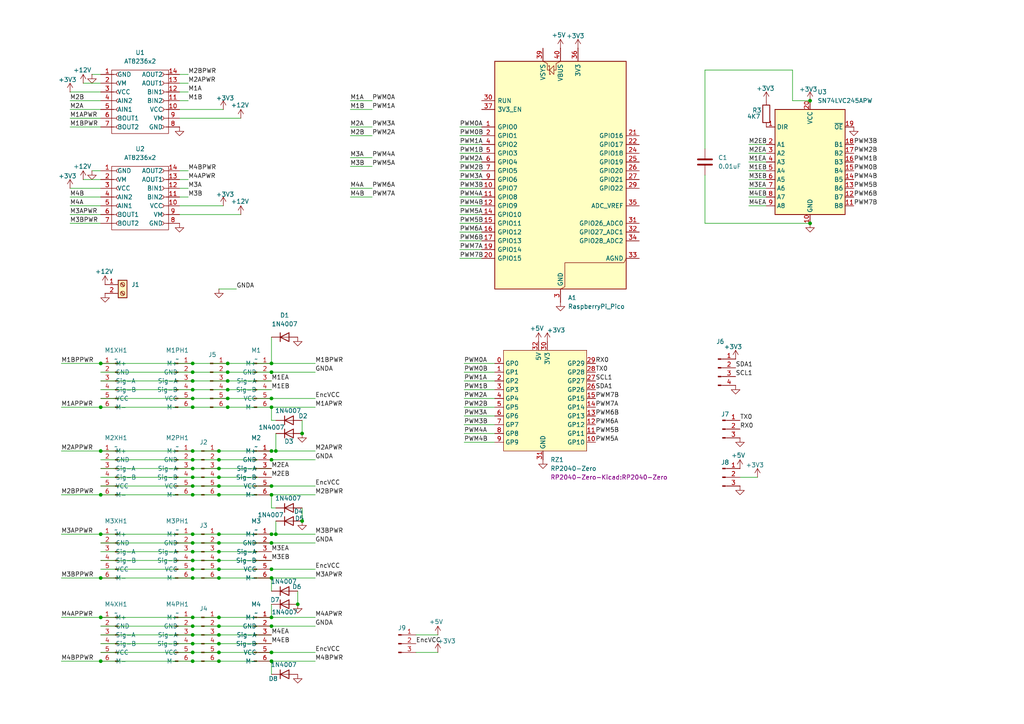
<source format=kicad_sch>
(kicad_sch (version 20250114) (generator "eeschema") (generator_version "9.0")
  (paper "A4")
  (lib_symbols
    (symbol "Connector:Conn_01x03_Pin" (pin_names (offset 1.016) (hide yes))
      (property "Reference" "J" (at 0 5.08 0))
      (property "Value" "Conn_01x03_Pin" (at 0 -5.08 0))
      (symbol "Conn_01x03_Pin_1_1"
        (pin passive line (at 5.08 2.54 180) (length 3.81) (name "Pin_1") (number "1"))
        (pin passive line (at 5.08 0 180) (length 3.81) (name "Pin_2") (number "2"))
        (pin passive line (at 5.08 -2.54 180) (length 3.81) (name "Pin_3") (number "3"))
      )
    )
    (symbol "Connector:Conn_01x04_Pin" (pin_names (offset 1.016) (hide yes))
      (property "Reference" "J" (at 0 5.08 0))
      (property "Value" "Conn_01x04_Pin" (at 0 -7.62 0))
      (symbol "Conn_01x04_Pin_1_1"
        (pin passive line (at 5.08 2.54 180) (length 3.81) (name "Pin_1") (number "1"))
        (pin passive line (at 5.08 0 180) (length 3.81) (name "Pin_2") (number "2"))
        (pin passive line (at 5.08 -2.54 180) (length 3.81) (name "Pin_3") (number "3"))
        (pin passive line (at 5.08 -5.08 180) (length 3.81) (name "Pin_4") (number "4"))
      )
    )
    (symbol "Connector:Conn_01x06_Pin" (pin_names (offset 1.016) (hide yes))
      (property "Reference" "J" (at 0 7.62 0))
      (property "Value" "Conn_01x06_Pin" (at 0 -10.16 0))
      (symbol "Conn_01x06_Pin_1_1"
        (pin passive line (at 5.08 5.08 180) (length 3.81) (name "Pin_1") (number "1"))
        (pin passive line (at 5.08 2.54 180) (length 3.81) (name "Pin_2") (number "2"))
        (pin passive line (at 5.08 0 180) (length 3.81) (name "Pin_3") (number "3"))
        (pin passive line (at 5.08 -2.54 180) (length 3.81) (name "Pin_4") (number "4"))
        (pin passive line (at 5.08 -5.08 180) (length 3.81) (name "Pin_5") (number "5"))
        (pin passive line (at 5.08 -7.62 180) (length 3.81) (name "Pin_6") (number "6"))
      )
    )
    (symbol "Connector:Screw_Terminal_01x02" (pin_names (offset 1.016) (hide yes))
      (property "Reference" "J" (at 0 2.54 0))
      (property "Value" "Screw_Terminal_01x02" (at 0 -5.08 0))
      (symbol "Screw_Terminal_01x02_1_1"
        (pin passive line (at -5.08 0 0) (length 3.81) (name "Pin_1") (number "1"))
        (pin passive line (at -5.08 -2.54 0) (length 3.81) (name "Pin_2") (number "2"))
      )
    )
    (symbol "Device:C" (pin_numbers (hide yes)) (pin_names (offset 0.254))
      (property "Reference" "C" (at 0.635 2.54 0))
      (property "Value" "C" (at 0.635 -2.54 0))
      (symbol "C_1_1"
        (pin passive line (at 0 3.81 270) (length 2.794) (name "~") (number "1"))
        (pin passive line (at 0 -3.81 90) (length 2.794) (name "~") (number "2"))
      )
    )
    (symbol "Device:R" (pin_numbers (hide yes)) (pin_names (offset 0))
      (property "Reference" "R" (at 2.032 0 90))
      (property "Value" "R" (at 0 0 90))
      (symbol "R_1_1"
        (pin passive line (at 0 3.81 270) (length 1.27) (name "~") (number "1"))
        (pin passive line (at 0 -3.81 90) (length 1.27) (name "~") (number "2"))
      )
    )
    (symbol "Diode:1N4007" (pin_numbers (hide yes)) (pin_names (hide yes))
      (property "Reference" "D" (at 0 2.54 0))
      (property "Value" "1N4007" (at 0 -2.54 0))
      (symbol "1N4007_1_1"
        (pin passive line (at -3.81 0 0) (length 2.54) (name "K") (number "1"))
        (pin passive line (at 3.81 0 180) (length 2.54) (name "A") (number "2"))
      )
    )
    (symbol "DrJonEA:AT8236x2" (pin_names (offset 1.016))
      (property "Reference" "U" (at 0 10.16 0))
      (property "Value" "AT8236x2" (at 0 -10.16 0))
      (symbol "AT8236x2_1_1"
        (pin passive line (at -5.08 7.62 0) (length 3.81) (name "GND") (number "1"))
        (pin passive line (at -5.08 5.08 0) (length 3.81) (name "VM") (number "2"))
        (pin passive line (at -5.08 2.54 0) (length 3.81) (name "VCC") (number "3"))
        (pin passive line (at -5.08 0 0) (length 3.81) (name "AIN2") (number "4"))
        (pin passive line (at -5.08 -2.54 0) (length 3.81) (name "AIN1") (number "5"))
        (pin passive line (at -5.08 -5.08 0) (length 3.81) (name "BOUT1") (number "6"))
        (pin passive line (at -5.08 -7.62 0) (length 3.81) (name "BOUT2") (number "7"))
        (pin passive line (at 17.78 7.62 180) (length 3.81) (name "AOUT2") (number "14"))
        (pin passive line (at 17.78 5.08 180) (length 3.81) (name "AOUT1") (number "13"))
        (pin passive line (at 17.78 2.54 180) (length 3.81) (name "BIN1") (number "12"))
        (pin passive line (at 17.78 0 180) (length 3.81) (name "BIN2") (number "11"))
        (pin passive line (at 17.78 -2.54 180) (length 3.81) (name "VCC") (number "10"))
        (pin passive line (at 17.78 -5.08 180) (length 3.81) (name "VM") (number "9"))
        (pin passive line (at 17.78 -7.62 180) (length 3.81) (name "GND") (number "8"))
      )
    )
    (symbol "DrJonEA:JGB37-Motor"
      (property "Reference" "M" (at 0 0 0))
      (symbol "JGB37-Motor_1_1"
        (pin power_in line (at 0 6.35 180) (length 3.81) (name "M+") (number "1"))
        (pin power_in line (at 0 3.81 180) (length 3.81) (name "GND") (number "2"))
        (pin output line (at 0 1.27 180) (length 3.81) (name "Sig-A") (number "3"))
        (pin output line (at 0 -1.27 180) (length 3.81) (name "Sig-B") (number "4"))
        (pin power_in line (at 0 -3.81 180) (length 3.81) (name "VCC") (number "5"))
        (pin power_in line (at 0 -6.35 180) (length 3.81) (name "M-") (number "6"))
      )
    )
    (symbol "Logic_LevelTranslator:SN74LVC245APW"
      (property "Reference" "U" (at -10.16 17.78 0))
      (property "Value" "SN74LVC245APW" (at 10.16 17.78 0))
      (symbol "SN74LVC245APW_1_1"
        (pin input line (at -12.7 10.16 0) (length 2.54) (name "DIR") (number "1"))
        (pin bidirectional line (at -12.7 5.08 0) (length 2.54) (name "A1") (number "2"))
        (pin bidirectional line (at -12.7 2.54 0) (length 2.54) (name "A2") (number "3"))
        (pin bidirectional line (at -12.7 0 0) (length 2.54) (name "A3") (number "4"))
        (pin bidirectional line (at -12.7 -2.54 0) (length 2.54) (name "A4") (number "5"))
        (pin bidirectional line (at -12.7 -5.08 0) (length 2.54) (name "A5") (number "6"))
        (pin bidirectional line (at -12.7 -7.62 0) (length 2.54) (name "A6") (number "7"))
        (pin bidirectional line (at -12.7 -10.16 0) (length 2.54) (name "A7") (number "8"))
        (pin bidirectional line (at -12.7 -12.7 0) (length 2.54) (name "A8") (number "9"))
        (pin power_in line (at 0 17.78 270) (length 2.54) (name "VCC") (number "20"))
        (pin power_in line (at 0 -17.78 90) (length 2.54) (name "GND") (number "10"))
        (pin input line (at 12.7 10.16 180) (length 2.54) (name "~{OE}") (number "19"))
        (pin bidirectional line (at 12.7 5.08 180) (length 2.54) (name "B1") (number "18"))
        (pin bidirectional line (at 12.7 2.54 180) (length 2.54) (name "B2") (number "17"))
        (pin bidirectional line (at 12.7 0 180) (length 2.54) (name "B3") (number "16"))
        (pin bidirectional line (at 12.7 -2.54 180) (length 2.54) (name "B4") (number "15"))
        (pin bidirectional line (at 12.7 -5.08 180) (length 2.54) (name "B5") (number "14"))
        (pin bidirectional line (at 12.7 -7.62 180) (length 2.54) (name "B6") (number "13"))
        (pin bidirectional line (at 12.7 -10.16 180) (length 2.54) (name "B7") (number "12"))
        (pin bidirectional line (at 12.7 -12.7 180) (length 2.54) (name "B8") (number "11"))
      )
    )
    (symbol "MCU_Module:RaspberryPi_Pico" (pin_names (offset 0.762))
      (property "Reference" "A" (at -19.05 35.56 0))
      (property "Value" "RaspberryPi_Pico" (at 7.62 35.56 0))
      (symbol "RaspberryPi_Pico_1_1"
        (pin passive line (at -22.86 22.86 0) (length 3.81) (name "RUN") (number "30"))
        (pin passive line (at -22.86 20.32 0) (length 3.81) (name "3V3_EN") (number "37"))
        (pin bidirectional line (at -22.86 15.24 0) (length 3.81) (name "GPIO0") (number "1"))
        (pin bidirectional line (at -22.86 12.7 0) (length 3.81) (name "GPIO1") (number "2"))
        (pin bidirectional line (at -22.86 10.16 0) (length 3.81) (name "GPIO2") (number "4"))
        (pin bidirectional line (at -22.86 7.62 0) (length 3.81) (name "GPIO3") (number "5"))
        (pin bidirectional line (at -22.86 5.08 0) (length 3.81) (name "GPIO4") (number "6"))
        (pin bidirectional line (at -22.86 2.54 0) (length 3.81) (name "GPIO5") (number "7"))
        (pin bidirectional line (at -22.86 0 0) (length 3.81) (name "GPIO6") (number "9"))
        (pin bidirectional line (at -22.86 -2.54 0) (length 3.81) (name "GPIO7") (number "10"))
        (pin bidirectional line (at -22.86 -5.08 0) (length 3.81) (name "GPIO8") (number "11"))
        (pin bidirectional line (at -22.86 -7.62 0) (length 3.81) (name "GPIO9") (number "12"))
        (pin bidirectional line (at -22.86 -10.16 0) (length 3.81) (name "GPIO10") (number "14"))
        (pin bidirectional line (at -22.86 -12.7 0) (length 3.81) (name "GPIO11") (number "15"))
        (pin bidirectional line (at -22.86 -15.24 0) (length 3.81) (name "GPIO12") (number "16"))
        (pin bidirectional line (at -22.86 -17.78 0) (length 3.81) (name "GPIO13") (number "17"))
        (pin bidirectional line (at -22.86 -20.32 0) (length 3.81) (name "GPIO14") (number "19"))
        (pin bidirectional line (at -22.86 -22.86 0) (length 3.81) (name "GPIO15") (number "20"))
        (pin power_in line (at -5.08 38.1 270) (length 3.81) (name "VSYS") (number "39"))
        (pin power_out line (at 0 38.1 270) (length 3.81) (name "VBUS") (number "40"))
        (pin passive line (at 0 -35.56 90) (length 3.81) (hide yes) (name "GND") (number "13"))
        (pin passive line (at 0 -35.56 90) (length 3.81) (hide yes) (name "GND") (number "18"))
        (pin passive line (at 0 -35.56 90) (length 3.81) (hide yes) (name "GND") (number "23"))
        (pin passive line (at 0 -35.56 90) (length 3.81) (hide yes) (name "GND") (number "28"))
        (pin power_out line (at 0 -35.56 90) (length 3.81) (name "GND") (number "3"))
        (pin passive line (at 0 -35.56 90) (length 3.81) (hide yes) (name "GND") (number "38"))
        (pin passive line (at 0 -35.56 90) (length 3.81) (hide yes) (name "GND") (number "8"))
        (pin power_out line (at 5.08 38.1 270) (length 3.81) (name "3V3") (number "36"))
        (pin bidirectional line (at 22.86 12.7 180) (length 3.81) (name "GPIO16") (number "21"))
        (pin bidirectional line (at 22.86 10.16 180) (length 3.81) (name "GPIO17") (number "22"))
        (pin bidirectional line (at 22.86 7.62 180) (length 3.81) (name "GPIO18") (number "24"))
        (pin bidirectional line (at 22.86 5.08 180) (length 3.81) (name "GPIO19") (number "25"))
        (pin bidirectional line (at 22.86 2.54 180) (length 3.81) (name "GPIO20") (number "26"))
        (pin bidirectional line (at 22.86 0 180) (length 3.81) (name "GPIO21") (number "27"))
        (pin bidirectional line (at 22.86 -2.54 180) (length 3.81) (name "GPIO22") (number "29"))
        (pin power_in line (at 22.86 -7.62 180) (length 3.81) (name "ADC_VREF") (number "35"))
        (pin bidirectional line (at 22.86 -12.7 180) (length 3.81) (name "GPIO26_ADC0") (number "31"))
        (pin bidirectional line (at 22.86 -15.24 180) (length 3.81) (name "GPIO27_ADC1") (number "32"))
        (pin bidirectional line (at 22.86 -17.78 180) (length 3.81) (name "GPIO28_ADC2") (number "34"))
        (pin power_out line (at 22.86 -22.86 180) (length 3.81) (name "AGND") (number "33"))
      )
    )
    (symbol "power:+12V" (power) (pin_numbers (hide yes)) (pin_names (offset 0) (hide yes))
      (property "Value" "+12V" (at 0 3.556 0))
      (symbol "+12V_1_1"
        (pin power_in line (at 0 0 90) (length 0) (name "~") (number "1"))
      )
    )
    (symbol "power:+3V3" (power) (pin_numbers (hide yes)) (pin_names (offset 0) (hide yes))
      (property "Value" "+3V3" (at 0 3.556 0))
      (symbol "+3V3_1_1"
        (pin power_in line (at 0 0 90) (length 0) (name "~") (number "1"))
      )
    )
    (symbol "power:+5V" (power) (pin_numbers (hide yes)) (pin_names (offset 0) (hide yes))
      (property "Value" "+5V" (at 0 3.556 0))
      (symbol "+5V_1_1"
        (pin power_in line (at 0 0 90) (length 0) (name "~") (number "1"))
      )
    )
    (symbol "power:GND" (power) (pin_numbers (hide yes)) (pin_names (offset 0) (hide yes))
      (property "Value" "GND" (at 0 -3.81 0))
      (symbol "GND_1_1"
        (pin power_in line (at 0 0 270) (length 0) (name "~") (number "1"))
      )
    )
    (symbol "rp2040-zero:RP2040-Zero"
      (property "Reference" "RZ" (at 0 0 0))
      (property "Value" "RP2040-Zero" (at 0 -2.54 0))
      (property "Footprint" "RP2040-Zero:RP2040-Zero" (at 0 2.54 0))
      (symbol "RP2040-Zero_1_1"
        (pin bidirectional line (at -13.97 10.16 0) (length 2.54) (name "GP0") (number "0"))
        (pin bidirectional line (at -13.97 7.62 0) (length 2.54) (name "GP1") (number "1"))
        (pin bidirectional line (at -13.97 5.08 0) (length 2.54) (name "GP2") (number "2"))
        (pin bidirectional line (at -13.97 2.54 0) (length 2.54) (name "GP3") (number "3"))
        (pin bidirectional line (at -13.97 0 0) (length 2.54) (name "GP4") (number "4"))
        (pin bidirectional line (at -13.97 -2.54 0) (length 2.54) (name "GP5") (number "5"))
        (pin bidirectional line (at -13.97 -5.08 0) (length 2.54) (name "GP6") (number "6"))
        (pin bidirectional line (at -13.97 -7.62 0) (length 2.54) (name "GP7") (number "7"))
        (pin bidirectional line (at -13.97 -10.16 0) (length 2.54) (name "GP8") (number "8"))
        (pin bidirectional line (at -13.97 -12.7 0) (length 2.54) (name "GP9") (number "9"))
        (pin power_in line (at -1.27 16.51 270) (length 2.54) (name "5V") (number "32"))
        (pin passive line (at 0 -17.78 90) (length 2.54) (name "GND") (number "31"))
        (pin power_in line (at 1.27 16.51 270) (length 2.54) (name "3V3") (number "30"))
        (pin bidirectional line (at 15.24 10.16 180) (length 2.54) (name "GP29") (number "29"))
        (pin bidirectional line (at 15.24 7.62 180) (length 2.54) (name "GP28") (number "28"))
        (pin bidirectional line (at 15.24 5.08 180) (length 2.54) (name "GP27") (number "27"))
        (pin bidirectional line (at 15.24 2.54 180) (length 2.54) (name "GP26") (number "26"))
        (pin bidirectional line (at 15.24 0 180) (length 2.54) (name "GP15") (number "15"))
        (pin bidirectional line (at 15.24 -2.54 180) (length 2.54) (name "GP14") (number "14"))
        (pin bidirectional line (at 15.24 -5.08 180) (length 2.54) (name "GP13") (number "13"))
        (pin bidirectional line (at 15.24 -7.62 180) (length 2.54) (name "GP12") (number "12"))
        (pin bidirectional line (at 15.24 -10.16 180) (length 2.54) (name "GP11") (number "11"))
        (pin bidirectional line (at 15.24 -12.7 180) (length 2.54) (name "GP10") (number "10"))
      )
    )
  )
  (junction (at 55.88 160.02))
  (junction (at 55.88 165.1))
  (junction (at 29.21 143.51))
  (junction (at 55.88 186.69))
  (junction (at 55.88 135.89))
  (junction (at 78.74 105.41))
  (junction (at 78.74 130.81))
  (junction (at 78.74 165.1))
  (junction (at 66.04 105.41))
  (junction (at 66.04 118.11))
  (junction (at 55.88 138.43))
  (junction (at 78.74 181.61))
  (junction (at 87.63 151.13))
  (junction (at 63.5 133.35))
  (junction (at 63.5 138.43))
  (junction (at 55.88 181.61))
  (junction (at 63.5 179.07))
  (junction (at 86.36 175.26))
  (junction (at 29.21 130.81))
  (junction (at 63.5 157.48))
  (junction (at 29.21 105.41))
  (junction (at 87.63 125.73))
  (junction (at 55.88 157.48))
  (junction (at 29.21 167.64))
  (junction (at 80.01 130.81))
  (junction (at 234.95 64.77))
  (junction (at 29.21 154.94))
  (junction (at 78.74 179.07))
  (junction (at 63.5 181.61))
  (junction (at 78.74 143.51))
  (junction (at 55.88 140.97))
  (junction (at 78.74 118.11))
  (junction (at 55.88 189.23))
  (junction (at 55.88 143.51))
  (junction (at 29.21 118.11))
  (junction (at 63.5 189.23))
  (junction (at 63.5 135.89))
  (junction (at 55.88 130.81))
  (junction (at 55.88 179.07))
  (junction (at 80.01 154.94))
  (junction (at 78.74 107.95))
  (junction (at 78.74 154.94))
  (junction (at 66.04 110.49))
  (junction (at 78.74 140.97))
  (junction (at 78.74 115.57))
  (junction (at 63.5 140.97))
  (junction (at 55.88 191.77))
  (junction (at 78.74 191.77))
  (junction (at 55.88 133.35))
  (junction (at 63.5 162.56))
  (junction (at 55.88 167.64))
  (junction (at 78.74 167.64))
  (junction (at 78.74 157.48))
  (junction (at 55.88 118.11))
  (junction (at 78.74 189.23))
  (junction (at 29.21 179.07))
  (junction (at 63.5 160.02))
  (junction (at 63.5 186.69))
  (junction (at 63.5 165.1))
  (junction (at 63.5 191.77))
  (junction (at 55.88 110.49))
  (junction (at 55.88 105.41))
  (junction (at 55.88 115.57))
  (junction (at 63.5 143.51))
  (junction (at 63.5 154.94))
  (junction (at 234.95 29.21))
  (junction (at 66.04 107.95))
  (junction (at 63.5 167.64))
  (junction (at 78.74 133.35))
  (junction (at 63.5 130.81))
  (junction (at 29.21 191.77))
  (junction (at 55.88 184.15))
  (junction (at 63.5 184.15))
  (junction (at 55.88 162.56))
  (junction (at 55.88 113.03))
  (junction (at 55.88 154.94))
  (junction (at 66.04 113.03))
  (junction (at 55.88 107.95))
  (junction (at 66.04 115.57))
  (wire (pts (xy 20.32 26.67) (xy 29.21 26.67)))
  (wire (pts (xy 55.88 191.77) (xy 63.5 191.77)))
  (wire (pts (xy 66.04 118.11) (xy 78.74 118.11)))
  (wire (pts (xy 55.88 160.02) (xy 63.5 160.02)))
  (wire (pts (xy 133.35 52.07) (xy 139.7 52.07)))
  (wire (pts (xy 217.17 44.45) (xy 222.25 44.45)))
  (wire (pts (xy 55.88 110.49) (xy 66.04 110.49)))
  (wire (pts (xy 29.21 105.41) (xy 55.88 105.41)))
  (wire (pts (xy 101.6 57.15) (xy 107.95 57.15)))
  (wire (pts (xy 101.6 31.75) (xy 107.95 31.75)))
  (wire (pts (xy 127 184.15) (xy 120.65 184.15)))
  (wire (pts (xy 101.6 29.21) (xy 107.95 29.21)))
  (wire (pts (xy 214.63 138.43) (xy 219.71 138.43)))
  (wire (pts (xy 55.88 184.15) (xy 63.5 184.15)))
  (wire (pts (xy 63.5 191.77) (xy 78.74 191.77)))
  (wire (pts (xy 29.21 135.89) (xy 55.88 135.89)))
  (wire (pts (xy 87.63 147.32) (xy 87.63 151.13)))
  (wire (pts (xy 26.67 49.53) (xy 29.21 49.53)))
  (wire (pts (xy 134.62 107.95) (xy 143.51 107.95)))
  (wire (pts (xy 78.74 175.26) (xy 78.74 179.07)))
  (wire (pts (xy 66.04 105.41) (xy 78.74 105.41)))
  (wire (pts (xy 66.04 115.57) (xy 78.74 115.57)))
  (wire (pts (xy 52.07 59.69) (xy 64.77 59.69)))
  (wire (pts (xy 63.5 138.43) (xy 78.74 138.43)))
  (wire (pts (xy 217.17 49.53) (xy 222.25 49.53)))
  (wire (pts (xy 55.88 138.43) (xy 63.5 138.43)))
  (wire (pts (xy 86.36 171.45) (xy 86.36 175.26)))
  (wire (pts (xy 80.01 147.32) (xy 78.74 147.32)))
  (wire (pts (xy 78.74 115.57) (xy 91.44 115.57)))
  (wire (pts (xy 133.35 64.77) (xy 139.7 64.77)))
  (wire (pts (xy 29.21 143.51) (xy 55.88 143.51)))
  (wire (pts (xy 78.74 157.48) (xy 91.44 157.48)))
  (wire (pts (xy 134.62 128.27) (xy 143.51 128.27)))
  (wire (pts (xy 55.88 162.56) (xy 63.5 162.56)))
  (wire (pts (xy 101.6 45.72) (xy 107.95 45.72)))
  (wire (pts (xy 217.17 46.99) (xy 222.25 46.99)))
  (wire (pts (xy 24.13 52.07) (xy 29.21 52.07)))
  (wire (pts (xy 20.32 34.29) (xy 29.21 34.29)))
  (wire (pts (xy 63.5 189.23) (xy 78.74 189.23)))
  (wire (pts (xy 55.88 167.64) (xy 63.5 167.64)))
  (wire (pts (xy 133.35 36.83) (xy 139.7 36.83)))
  (wire (pts (xy 133.35 72.39) (xy 139.7 72.39)))
  (wire (pts (xy 63.5 135.89) (xy 78.74 135.89)))
  (wire (pts (xy 29.21 160.02) (xy 55.88 160.02)))
  (wire (pts (xy 63.5 160.02) (xy 78.74 160.02)))
  (wire (pts (xy 78.74 143.51) (xy 91.44 143.51)))
  (wire (pts (xy 63.5 140.97) (xy 78.74 140.97)))
  (wire (pts (xy 55.88 115.57) (xy 66.04 115.57)))
  (wire (pts (xy 52.07 57.15) (xy 54.61 57.15)))
  (wire (pts (xy 204.47 50.8) (xy 204.47 64.77)))
  (wire (pts (xy 52.07 54.61) (xy 54.61 54.61)))
  (wire (pts (xy 217.17 54.61) (xy 222.25 54.61)))
  (wire (pts (xy 134.62 115.57) (xy 143.51 115.57)))
  (wire (pts (xy 29.21 140.97) (xy 55.88 140.97)))
  (wire (pts (xy 66.04 107.95) (xy 78.74 107.95)))
  (wire (pts (xy 63.5 133.35) (xy 78.74 133.35)))
  (wire (pts (xy 101.6 36.83) (xy 107.95 36.83)))
  (wire (pts (xy 78.74 118.11) (xy 91.44 118.11)))
  (wire (pts (xy 63.5 162.56) (xy 78.74 162.56)))
  (wire (pts (xy 17.78 167.64) (xy 29.21 167.64)))
  (wire (pts (xy 20.32 36.83) (xy 29.21 36.83)))
  (wire (pts (xy 52.07 29.21) (xy 54.61 29.21)))
  (wire (pts (xy 80.01 151.13) (xy 80.01 154.94)))
  (wire (pts (xy 55.88 154.94) (xy 63.5 154.94)))
  (wire (pts (xy 133.35 74.93) (xy 139.7 74.93)))
  (wire (pts (xy 133.35 59.69) (xy 139.7 59.69)))
  (wire (pts (xy 17.78 105.41) (xy 29.21 105.41)))
  (wire (pts (xy 55.88 133.35) (xy 63.5 133.35)))
  (wire (pts (xy 101.6 54.61) (xy 107.95 54.61)))
  (wire (pts (xy 134.62 105.41) (xy 143.51 105.41)))
  (wire (pts (xy 78.74 121.92) (xy 78.74 118.11)))
  (wire (pts (xy 29.21 184.15) (xy 55.88 184.15)))
  (wire (pts (xy 52.07 21.59) (xy 54.61 21.59)))
  (wire (pts (xy 17.78 179.07) (xy 29.21 179.07)))
  (wire (pts (xy 29.21 113.03) (xy 55.88 113.03)))
  (wire (pts (xy 29.21 107.95) (xy 55.88 107.95)))
  (wire (pts (xy 55.88 130.81) (xy 63.5 130.81)))
  (wire (pts (xy 133.35 49.53) (xy 139.7 49.53)))
  (wire (pts (xy 133.35 44.45) (xy 139.7 44.45)))
  (wire (pts (xy 17.78 191.77) (xy 29.21 191.77)))
  (wire (pts (xy 134.62 118.11) (xy 143.51 118.11)))
  (wire (pts (xy 29.21 167.64) (xy 55.88 167.64)))
  (wire (pts (xy 63.5 165.1) (xy 78.74 165.1)))
  (wire (pts (xy 55.88 186.69) (xy 63.5 186.69)))
  (wire (pts (xy 63.5 186.69) (xy 78.74 186.69)))
  (wire (pts (xy 63.5 157.48) (xy 78.74 157.48)))
  (wire (pts (xy 133.35 41.91) (xy 139.7 41.91)))
  (wire (pts (xy 63.5 83.82) (xy 68.58 83.82)))
  (wire (pts (xy 29.21 154.94) (xy 55.88 154.94)))
  (wire (pts (xy 133.35 57.15) (xy 139.7 57.15)))
  (wire (pts (xy 29.21 179.07) (xy 55.88 179.07)))
  (wire (pts (xy 78.74 189.23) (xy 91.44 189.23)))
  (wire (pts (xy 17.78 143.51) (xy 29.21 143.51)))
  (wire (pts (xy 133.35 54.61) (xy 139.7 54.61)))
  (wire (pts (xy 78.74 165.1) (xy 91.44 165.1)))
  (wire (pts (xy 26.67 21.59) (xy 29.21 21.59)))
  (wire (pts (xy 78.74 97.79) (xy 78.74 105.41)))
  (wire (pts (xy 66.04 113.03) (xy 78.74 113.03)))
  (wire (pts (xy 80.01 154.94) (xy 91.44 154.94)))
  (wire (pts (xy 78.74 191.77) (xy 91.44 191.77)))
  (wire (pts (xy 80.01 130.81) (xy 91.44 130.81)))
  (wire (pts (xy 78.74 107.95) (xy 91.44 107.95)))
  (wire (pts (xy 55.88 179.07) (xy 63.5 179.07)))
  (wire (pts (xy 29.21 165.1) (xy 55.88 165.1)))
  (wire (pts (xy 120.65 189.23) (xy 127 189.23)))
  (wire (pts (xy 78.74 181.61) (xy 91.44 181.61)))
  (wire (pts (xy 29.21 130.81) (xy 55.88 130.81)))
  (wire (pts (xy 80.01 125.73) (xy 80.01 130.81)))
  (wire (pts (xy 52.07 31.75) (xy 64.77 31.75)))
  (wire (pts (xy 20.32 57.15) (xy 29.21 57.15)))
  (wire (pts (xy 63.5 154.94) (xy 78.74 154.94)))
  (wire (pts (xy 78.74 191.77) (xy 78.74 195.58)))
  (wire (pts (xy 134.62 113.03) (xy 143.51 113.03)))
  (wire (pts (xy 55.88 140.97) (xy 63.5 140.97)))
  (wire (pts (xy 63.5 179.07) (xy 78.74 179.07)))
  (wire (pts (xy 52.07 49.53) (xy 54.61 49.53)))
  (wire (pts (xy 78.74 105.41) (xy 91.44 105.41)))
  (wire (pts (xy 29.21 157.48) (xy 55.88 157.48)))
  (wire (pts (xy 78.74 167.64) (xy 91.44 167.64)))
  (wire (pts (xy 229.87 29.21) (xy 234.95 29.21)))
  (wire (pts (xy 17.78 118.11) (xy 29.21 118.11)))
  (wire (pts (xy 78.74 171.45) (xy 78.74 167.64)))
  (wire (pts (xy 29.21 118.11) (xy 55.88 118.11)))
  (wire (pts (xy 55.88 118.11) (xy 66.04 118.11)))
  (wire (pts (xy 134.62 110.49) (xy 143.51 110.49)))
  (wire (pts (xy 204.47 43.18) (xy 204.47 20.32)))
  (wire (pts (xy 63.5 184.15) (xy 78.74 184.15)))
  (wire (pts (xy 63.5 130.81) (xy 78.74 130.81)))
  (wire (pts (xy 133.35 69.85) (xy 139.7 69.85)))
  (wire (pts (xy 17.78 154.94) (xy 29.21 154.94)))
  (wire (pts (xy 20.32 59.69) (xy 29.21 59.69)))
  (wire (pts (xy 204.47 20.32) (xy 229.87 20.32)))
  (wire (pts (xy 217.17 59.69) (xy 222.25 59.69)))
  (wire (pts (xy 78.74 130.81) (xy 80.01 130.81)))
  (wire (pts (xy 52.07 52.07) (xy 54.61 52.07)))
  (wire (pts (xy 55.88 135.89) (xy 63.5 135.89)))
  (wire (pts (xy 78.74 154.94) (xy 80.01 154.94)))
  (wire (pts (xy 204.47 64.77) (xy 234.95 64.77)))
  (wire (pts (xy 20.32 64.77) (xy 29.21 64.77)))
  (wire (pts (xy 55.88 107.95) (xy 66.04 107.95)))
  (wire (pts (xy 133.35 46.99) (xy 139.7 46.99)))
  (wire (pts (xy 24.13 24.13) (xy 29.21 24.13)))
  (wire (pts (xy 78.74 147.32) (xy 78.74 143.51)))
  (wire (pts (xy 134.62 120.65) (xy 143.51 120.65)))
  (wire (pts (xy 133.35 67.31) (xy 139.7 67.31)))
  (wire (pts (xy 52.07 34.29) (xy 69.85 34.29)))
  (wire (pts (xy 66.04 110.49) (xy 78.74 110.49)))
  (wire (pts (xy 52.07 24.13) (xy 54.61 24.13)))
  (wire (pts (xy 29.21 186.69) (xy 55.88 186.69)))
  (wire (pts (xy 101.6 39.37) (xy 107.95 39.37)))
  (wire (pts (xy 20.32 62.23) (xy 29.21 62.23)))
  (wire (pts (xy 52.07 62.23) (xy 69.85 62.23)))
  (wire (pts (xy 101.6 48.26) (xy 107.95 48.26)))
  (wire (pts (xy 20.32 54.61) (xy 29.21 54.61)))
  (wire (pts (xy 63.5 181.61) (xy 78.74 181.61)))
  (wire (pts (xy 20.32 29.21) (xy 29.21 29.21)))
  (wire (pts (xy 217.17 57.15) (xy 222.25 57.15)))
  (wire (pts (xy 134.62 123.19) (xy 143.51 123.19)))
  (wire (pts (xy 55.88 165.1) (xy 63.5 165.1)))
  (wire (pts (xy 55.88 181.61) (xy 63.5 181.61)))
  (wire (pts (xy 55.88 143.51) (xy 63.5 143.51)))
  (wire (pts (xy 29.21 189.23) (xy 55.88 189.23)))
  (wire (pts (xy 217.17 41.91) (xy 222.25 41.91)))
  (wire (pts (xy 55.88 113.03) (xy 66.04 113.03)))
  (wire (pts (xy 78.74 140.97) (xy 91.44 140.97)))
  (wire (pts (xy 80.01 121.92) (xy 78.74 121.92)))
  (wire (pts (xy 29.21 133.35) (xy 55.88 133.35)))
  (wire (pts (xy 29.21 115.57) (xy 55.88 115.57)))
  (wire (pts (xy 78.74 179.07) (xy 91.44 179.07)))
  (wire (pts (xy 29.21 138.43) (xy 55.88 138.43)))
  (wire (pts (xy 78.74 133.35) (xy 91.44 133.35)))
  (wire (pts (xy 63.5 143.51) (xy 78.74 143.51)))
  (wire (pts (xy 55.88 157.48) (xy 63.5 157.48)))
  (wire (pts (xy 55.88 105.41) (xy 66.04 105.41)))
  (wire (pts (xy 87.63 121.92) (xy 87.63 125.73)))
  (wire (pts (xy 133.35 39.37) (xy 139.7 39.37)))
  (wire (pts (xy 17.78 130.81) (xy 29.21 130.81)))
  (wire (pts (xy 29.21 181.61) (xy 55.88 181.61)))
  (wire (pts (xy 29.21 191.77) (xy 55.88 191.77)))
  (wire (pts (xy 134.62 125.73) (xy 143.51 125.73)))
  (wire (pts (xy 52.07 26.67) (xy 54.61 26.67)))
  (wire (pts (xy 63.5 167.64) (xy 78.74 167.64)))
  (wire (pts (xy 29.21 162.56) (xy 55.88 162.56)))
  (wire (pts (xy 133.35 62.23) (xy 139.7 62.23)))
  (wire (pts (xy 217.17 52.07) (xy 222.25 52.07)))
  (wire (pts (xy 229.87 20.32) (xy 229.87 29.21)))
  (wire (pts (xy 55.88 189.23) (xy 63.5 189.23)))
  (wire (pts (xy 29.21 110.49) (xy 55.88 110.49)))
  (wire (pts (xy 20.32 31.75) (xy 29.21 31.75)))
  (label "M1B" (at 101.6 31.75 0))
  (label "M4BPWR" (at 91.44 191.77 0))
  (label "PWM5A" (at 107.95 48.26 0))
  (label "M1BPPWR" (at 17.78 105.41 0))
  (label "M1BPWR" (at 20.32 36.83 0))
  (label "M2BPPWR" (at 17.78 143.51 0))
  (label "PWM4A" (at 134.62 125.73 0))
  (label "RX0" (at 214.63 124.46 0))
  (label "M3B" (at 54.61 57.15 0))
  (label "M4BPPWR" (at 17.78 191.77 0))
  (label "M3EB" (at 78.74 162.56 0))
  (label "M3EA" (at 78.74 160.02 0))
  (label "PWM1B" (at 133.35 44.45 0))
  (label "M4APPWR" (at 17.78 179.07 0))
  (label "M1EA" (at 217.17 46.99 0))
  (label "GNDA" (at 91.44 181.61 0))
  (label "PWM5B" (at 172.72 125.73 0))
  (label "M2BPWR" (at 54.61 21.59 0))
  (label "M4B" (at 101.6 57.15 0))
  (label "M3APPWR" (at 17.78 154.94 0))
  (label "PWM4A" (at 133.35 57.15 0))
  (label "M3APWR" (at 91.44 167.64 0))
  (label "M3BPWR" (at 20.32 64.77 0))
  (label "PWM6A" (at 133.35 67.31 0))
  (label "M2APPWR" (at 17.78 130.81 0))
  (label "PWM3B" (at 133.35 54.61 0))
  (label "PWM5A" (at 172.72 128.27 0))
  (label "M2B" (at 101.6 39.37 0))
  (label "PWM2B" (at 133.35 49.53 0))
  (label "M2B" (at 20.32 29.21 0))
  (label "M4EA" (at 78.74 184.15 0))
  (label "PWM3A" (at 134.62 120.65 0))
  (label "PWM5A" (at 133.35 62.23 0))
  (label "M3A" (at 54.61 54.61 0))
  (label "M2BPWR" (at 91.44 143.51 0))
  (label "M4BPWR" (at 54.61 49.53 0))
  (label "PWM4B" (at 247.65 52.07 0))
  (label "SDA1" (at 172.72 113.03 0))
  (label "M3BPPWR" (at 17.78 167.64 0))
  (label "PWM1A" (at 134.62 110.49 0))
  (label "M2A" (at 101.6 36.83 0))
  (label "M4APWR" (at 54.61 52.07 0))
  (label "M3APWR" (at 20.32 62.23 0))
  (label "PWM3A" (at 107.95 36.83 0))
  (label "PWM0A" (at 134.62 105.41 0))
  (label "PWM0B" (at 134.62 107.95 0))
  (label "PWM2A" (at 134.62 115.57 0))
  (label "PWM2A" (at 133.35 46.99 0))
  (label "EncVCC" (at 120.65 186.69 0))
  (label "M1A" (at 101.6 29.21 0))
  (label "M2A" (at 20.32 31.75 0))
  (label "PWM5B" (at 133.35 64.77 0))
  (label "PWM3B" (at 247.65 41.91 0))
  (label "GNDA" (at 91.44 107.95 0))
  (label "PWM6B" (at 133.35 69.85 0))
  (label "GNDA" (at 91.44 157.48 0))
  (label "GNDA" (at 91.44 133.35 0))
  (label "M4B" (at 20.32 57.15 0))
  (label "M3A" (at 101.6 45.72 0))
  (label "PWM7A" (at 107.95 57.15 0))
  (label "PWM2B" (at 134.62 118.11 0))
  (label "M1APPWR" (at 17.78 118.11 0))
  (label "EncVCC" (at 91.44 140.97 0))
  (label "PWM6A" (at 172.72 123.19 0))
  (label "EncVCC" (at 91.44 115.57 0))
  (label "PWM1B" (at 247.65 46.99 0))
  (label "M3BPWR" (at 91.44 154.94 0))
  (label "M1EA" (at 78.74 110.49 0))
  (label "PWM4A" (at 107.95 45.72 0))
  (label "PWM2A" (at 107.95 39.37 0))
  (label "EncVCC" (at 91.44 165.1 0))
  (label "M3B" (at 101.6 48.26 0))
  (label "PWM3A" (at 133.35 52.07 0))
  (label "PWM7A" (at 133.35 72.39 0))
  (label "PWM7B" (at 247.65 59.69 0))
  (label "M4A" (at 20.32 59.69 0))
  (label "M2EA" (at 78.74 135.89 0))
  (label "M2EA" (at 217.17 44.45 0))
  (label "TX0" (at 214.63 121.92 0))
  (label "PWM6A" (at 107.95 54.61 0))
  (label "PWM1B" (at 134.62 113.03 0))
  (label "PWM0A" (at 133.35 36.83 0))
  (label "PWM1A" (at 133.35 41.91 0))
  (label "M2APWR" (at 54.61 24.13 0))
  (label "M2EB" (at 217.17 41.91 0))
  (label "M3EA" (at 217.17 54.61 0))
  (label "M4APWR" (at 91.44 179.07 0))
  (label "M1BPWR" (at 91.44 105.41 0))
  (label "PWM7A" (at 172.72 118.11 0))
  (label "SCL1" (at 213.36 109.22 0))
  (label "M1EB" (at 217.17 49.53 0))
  (label "M2EB" (at 78.74 138.43 0))
  (label "M1B" (at 54.61 29.21 0))
  (label "PWM6B" (at 172.72 120.65 0))
  (label "M4EA" (at 217.17 59.69 0))
  (label "M1APWR" (at 91.44 118.11 0))
  (label "PWM5B" (at 247.65 54.61 0))
  (label "PWM0A" (at 107.95 29.21 0))
  (label "SCL1" (at 172.72 110.49 0))
  (label "RX0" (at 172.72 105.41 0))
  (label "PWM2B" (at 247.65 44.45 0))
  (label "GNDA" (at 68.58 83.82 0))
  (label "PWM3B" (at 134.62 123.19 0))
  (label "PWM6B" (at 247.65 57.15 0))
  (label "PWM7B" (at 172.72 115.57 0))
  (label "EncVCC" (at 91.44 189.23 0))
  (label "M3EB" (at 217.17 52.07 0))
  (label "TX0" (at 172.72 107.95 0))
  (label "M1A" (at 54.61 26.67 0))
  (label "M2APWR" (at 91.44 130.81 0))
  (label "M1APWR" (at 20.32 34.29 0))
  (label "PWM4B" (at 133.35 59.69 0))
  (label "PWM7B" (at 133.35 74.93 0))
  (label "M4EB" (at 217.17 57.15 0))
  (label "M4EB" (at 78.74 186.69 0))
  (label "PWM0B" (at 247.65 49.53 0))
  (label "M1EB" (at 78.74 113.03 0))
  (label "SDA1" (at 213.36 106.68 0))
  (label "PWM0B" (at 133.35 39.37 0))
  (label "PWM1A" (at 107.95 31.75 0))
  (label "PWM4B" (at 134.62 128.27 0))
  (label "M4A" (at 101.6 54.61 0))
  (symbol (lib_id "power:GND") (at 86.36 97.79 0) (unit 1)
    (property "Reference" "#PWR017" (effects (hide yes)))
    (property "Value" "GND" (effects (hide yes)))
    (property "Description" "Power symbol creates a global label with name \"GND\" , ground" (effects (hide yes)))
  )
  (symbol (lib_id "DrJonEA:AT8236x2") (at 34.29 57.15 0) (unit 1)
    (property "Reference" "U2" (at 40.64 43.18 0))
    (property "Value" "AT8236x2" (at 40.64 45.72 0))
    (property "Footprint" "JonLib:AT236x2" (effects (hide yes)))
    (property "Description" "Generic connector, single row, 01x07, script generated" (effects (hide yes)))
  )
  (symbol (lib_id "power:+5V") (at 127 184.15 0) (unit 1)
    (property "Reference" "#PWR036" (effects (hide yes)))
    (property "Value" "+5V" (at 126.492 180.34 0))
    (property "Description" "Power symbol creates a global label with name \"+5V\"" (effects (hide yes)))
  )
  (symbol (lib_id "power:GND") (at 63.5 83.82 0) (unit 1)
    (property "Reference" "#PWR015" (effects (hide yes)))
    (property "Value" "GND" (effects (hide yes)))
    (property "Description" "Power symbol creates a global label with name \"GND\" , ground" (effects (hide yes)))
  )
  (symbol (lib_id "Connector:Conn_01x06_Pin") (at 58.42 184.15 0) (unit 1)
    (property "Reference" "J4" (at 59.055 176.53 0))
    (property "Value" "Conn_01x06_Pin" (effects (hide yes)))
    (property "Footprint" "Connector_PinHeader_2.54mm:PinHeader_1x06_P2.54mm_Vertical" (effects (hide yes)))
    (property "Description" "Generic connector, single row, 01x06, script generated" (effects (hide yes)))
  )
  (symbol (lib_id "Connector:Screw_Terminal_01x02") (at 35.56 82.55 0) (unit 1)
    (property "Reference" "J1" (at 38.1 82.5499 0) (effects (justify left)))
    (property "Value" "Screw_Terminal_01x02" (effects (hide yes)))
    (property "Footprint" "JonLib:ScrewTerm_Oiyagai_01x02_5mm" (effects (hide yes)))
    (property "Description" "Generic screw terminal, single row, 01x02, script generated (kicad-library-utils/schlib/autogen/connector/)" (effects (hide yes)))
  )
  (symbol (lib_id "power:GND") (at 157.48 133.35 0) (unit 1)
    (property "Reference" "#PWR024" (effects (hide yes)))
    (property "Value" "GND" (effects (hide yes)))
    (property "Description" "Power symbol creates a global label with name \"GND\" , ground" (effects (hide yes)))
  )
  (symbol (lib_id "rp2040-zero:RP2040-Zero") (at 157.48 115.57 0) (unit 1)
    (property "Reference" "RZ1" (at 159.6233 133.35 0) (effects (justify left)))
    (property "Value" "RP2040-Zero" (at 159.6233 135.89 0) (effects (justify left)))
    (property "Footprint" "RP2040-Zero-Kicad:RP2040-Zero" (at 159.6233 138.43 0) (effects (justify left)))
  )
  (symbol (lib_id "DrJonEA:JGB37-Motor") (at 78.74 161.29 0) (unit 1)
    (property "Reference" "M3" (at 74.295 151.13 0))
    (property "Value" "~" (at 74.295 153.67 0))
    (property "Footprint" "Connector_PinHeader_2.54mm:PinHeader_1x06_P2.54mm_Vertical" (effects (hide yes)))
  )
  (symbol (lib_id "power:GND") (at 30.48 85.09 0) (unit 1)
    (property "Reference" "#PWR08" (effects (hide yes)))
    (property "Value" "GND" (effects (hide yes)))
    (property "Description" "Power symbol creates a global label with name \"GND\" , ground" (effects (hide yes)))
  )
  (symbol (lib_id "power:+12V") (at 69.85 62.23 0) (unit 1)
    (property "Reference" "#PWR014" (effects (hide yes)))
    (property "Value" "+12V" (at 69.596 58.42 0))
    (property "Description" "Power symbol creates a global label with name \"+12V\"" (effects (hide yes)))
  )
  (symbol (lib_id "Diode:1N4007") (at 83.82 151.13 0) (unit 1)
    (property "Reference" "D5" (at 86.868 150.368 0))
    (property "Value" "1N4007" (at 78.486 149.352 0))
    (property "Footprint" "Diode_THT:D_DO-41_SOD81_P10.16mm_Horizontal" (effects (hide yes)))
    (property "Datasheet" "http://www.vishay.com/docs/88503/1n4001.pdf" (effects (hide yes)))
    (property "Description" "1000V 1A General Purpose Rectifier Diode, DO-41" (effects (hide yes)))
    (property "Sim.Device" "D" (effects (hide yes)))
    (property "Sim.Pins" "1=K 2=A" (effects (hide yes)))
  )
  (symbol (lib_id "power:+3V3") (at 167.64 13.97 0) (unit 1)
    (property "Reference" "#PWR028" (effects (hide yes)))
    (property "Value" "+3V3" (at 166.878 10.414 0))
    (property "Description" "Power symbol creates a global label with name \"+3V3\"" (effects (hide yes)))
  )
  (symbol (lib_id "DrJonEA:JGB37-Motor") (at 55.88 161.29 0) (unit 1)
    (property "Reference" "M3PH1" (at 51.435 151.13 0))
    (property "Value" "~" (at 51.435 153.67 0))
    (property "Footprint" "Connector_JST:JST_PH_B6B-PH-K_1x06_P2.00mm_Vertical" (effects (hide yes)))
  )
  (symbol (lib_id "power:+3V3") (at 213.36 104.14 0) (unit 1)
    (property "Reference" "#PWR029" (effects (hide yes)))
    (property "Value" "+3V3" (at 212.598 100.584 0))
    (property "Description" "Power symbol creates a global label with name \"+3V3\"" (effects (hide yes)))
  )
  (symbol (lib_id "DrJonEA:JGB37-Motor") (at 29.21 161.29 0) (mirror y) (unit 1)
    (property "Reference" "M3XH1" (at 33.655 151.13 0))
    (property "Value" "~" (at 33.655 153.67 0))
    (property "Footprint" "Connector_JST:JST_XH_B6B-XH-AM_1x06_P2.50mm_Vertical" (effects (hide yes)))
  )
  (symbol (lib_id "Connector:Conn_01x03_Pin") (at 209.55 124.46 0) (unit 1)
    (property "Reference" "J7" (at 210.312 120.142 0))
    (property "Value" "Conn_01x03_Pin" (effects (hide yes)))
    (property "Footprint" "Connector_PinHeader_2.54mm:PinHeader_1x03_P2.54mm_Vertical" (effects (hide yes)))
    (property "Description" "Generic connector, single row, 01x03, script generated" (effects (hide yes)))
  )
  (symbol (lib_id "Device:C") (at 204.47 46.99 0) (unit 1)
    (property "Reference" "C1" (at 208.28 45.7199 0) (effects (justify left)))
    (property "Value" "0.01uF" (at 208.28 48.2599 0) (effects (justify left)))
    (property "Footprint" "Capacitor_THT:C_Disc_D5.1mm_W3.2mm_P5.00mm" (effects (hide yes)))
    (property "Description" "Unpolarized capacitor" (effects (hide yes)))
  )
  (symbol (lib_id "Connector:Conn_01x03_Pin") (at 115.57 186.69 0) (unit 1)
    (property "Reference" "J9" (at 116.586 182.118 0))
    (property "Value" "Conn_01x03_Pin" (effects (hide yes)))
    (property "Footprint" "Connector_PinHeader_2.54mm:PinHeader_1x03_P2.54mm_Vertical" (effects (hide yes)))
    (property "Description" "Generic connector, single row, 01x03, script generated" (effects (hide yes)))
  )
  (symbol (lib_id "power:GND") (at 26.67 49.53 0) (unit 1)
    (property "Reference" "#PWR06" (effects (hide yes)))
    (property "Value" "GND" (effects (hide yes)))
    (property "Description" "Power symbol creates a global label with name \"GND\" , ground" (effects (hide yes)))
  )
  (symbol (lib_id "power:GND") (at 247.65 36.83 0) (unit 1)
    (property "Reference" "#PWR018" (effects (hide yes)))
    (property "Value" "GND" (effects (hide yes)))
    (property "Description" "Power symbol creates a global label with name \"GND\" , ground" (effects (hide yes)))
  )
  (symbol (lib_id "Diode:1N4007") (at 83.82 121.92 0) (unit 1)
    (property "Reference" "D2" (at 87.884 120.65 0))
    (property "Value" "1N4007" (at 83.566 119.126 0))
    (property "Footprint" "Diode_THT:D_DO-41_SOD81_P10.16mm_Horizontal" (effects (hide yes)))
    (property "Datasheet" "http://www.vishay.com/docs/88503/1n4001.pdf" (effects (hide yes)))
    (property "Description" "1000V 1A General Purpose Rectifier Diode, DO-41" (effects (hide yes)))
    (property "Sim.Device" "D" (effects (hide yes)))
    (property "Sim.Pins" "1=K 2=A" (effects (hide yes)))
  )
  (symbol (lib_id "power:GND") (at 234.95 64.77 0) (unit 1)
    (property "Reference" "#PWR016" (effects (hide yes)))
    (property "Value" "GND" (effects (hide yes)))
    (property "Description" "Power symbol creates a global label with name \"GND\" , ground" (effects (hide yes)))
  )
  (symbol (lib_id "power:+3V3") (at 234.95 29.21 0) (unit 1)
    (property "Reference" "#PWR020" (effects (hide yes)))
    (property "Value" "+3V3" (at 234.442 25.908 0))
    (property "Description" "Power symbol creates a global label with name \"+3V3\"" (effects (hide yes)))
  )
  (symbol (lib_id "DrJonEA:JGB37-Motor") (at 78.74 137.16 0) (unit 1)
    (property "Reference" "M2" (at 74.295 127 0))
    (property "Value" "~" (at 74.295 129.54 0))
    (property "Footprint" "Connector_PinHeader_2.54mm:PinHeader_1x06_P2.54mm_Vertical" (effects (hide yes)))
  )
  (symbol (lib_id "power:GND") (at 86.36 175.26 0) (unit 1)
    (property "Reference" "#PWR035" (effects (hide yes)))
    (property "Value" "GND" (effects (hide yes)))
    (property "Description" "Power symbol creates a global label with name \"GND\" , ground" (effects (hide yes)))
  )
  (symbol (lib_id "DrJonEA:JGB37-Motor") (at 55.88 185.42 0) (unit 1)
    (property "Reference" "M4PH1" (at 51.435 175.26 0))
    (property "Value" "~" (at 51.435 177.8 0))
    (property "Footprint" "Connector_JST:JST_PH_B6B-PH-K_1x06_P2.00mm_Vertical" (effects (hide yes)))
  )
  (symbol (lib_id "Diode:1N4007") (at 82.55 97.79 0) (unit 1)
    (property "Reference" "D1" (at 82.55 91.44 0))
    (property "Value" "1N4007" (at 82.55 93.98 0))
    (property "Footprint" "Diode_THT:D_DO-41_SOD81_P10.16mm_Horizontal" (effects (hide yes)))
    (property "Datasheet" "http://www.vishay.com/docs/88503/1n4001.pdf" (effects (hide yes)))
    (property "Description" "1000V 1A General Purpose Rectifier Diode, DO-41" (effects (hide yes)))
    (property "Sim.Device" "D" (effects (hide yes)))
    (property "Sim.Pins" "1=K 2=A" (effects (hide yes)))
  )
  (symbol (lib_id "Connector:Conn_01x06_Pin") (at 58.42 135.89 0) (unit 1)
    (property "Reference" "J2" (at 59.055 128.27 0))
    (property "Value" "Conn_01x06_Pin" (effects (hide yes)))
    (property "Footprint" "Connector_PinHeader_2.54mm:PinHeader_1x06_P2.54mm_Vertical" (effects (hide yes)))
    (property "Description" "Generic connector, single row, 01x06, script generated" (effects (hide yes)))
  )
  (symbol (lib_id "power:+5V") (at 156.21 99.06 0) (unit 1)
    (property "Reference" "#PWR023" (effects (hide yes)))
    (property "Value" "+5V" (at 155.702 95.25 0))
    (property "Description" "Power symbol creates a global label with name \"+5V\"" (effects (hide yes)))
  )
  (symbol (lib_id "DrJonEA:JGB37-Motor") (at 55.88 111.76 0) (unit 1)
    (property "Reference" "M1PH1" (at 51.435 101.6 0))
    (property "Value" "~" (at 51.435 104.14 0))
    (property "Footprint" "Connector_JST:JST_PH_B6B-PH-K_1x06_P2.00mm_Vertical" (effects (hide yes)))
  )
  (symbol (lib_id "Diode:1N4007") (at 83.82 147.32 0) (unit 1)
    (property "Reference" "D4" (at 86.614 148.336 0))
    (property "Value" "1N4007" (at 83.566 144.526 0))
    (property "Footprint" "Diode_THT:D_DO-41_SOD81_P10.16mm_Horizontal" (effects (hide yes)))
    (property "Datasheet" "http://www.vishay.com/docs/88503/1n4001.pdf" (effects (hide yes)))
    (property "Description" "1000V 1A General Purpose Rectifier Diode, DO-41" (effects (hide yes)))
    (property "Sim.Device" "D" (effects (hide yes)))
    (property "Sim.Pins" "1=K 2=A" (effects (hide yes)))
  )
  (symbol (lib_id "DrJonEA:JGB37-Motor") (at 29.21 111.76 0) (mirror y) (unit 1)
    (property "Reference" "M1XH1" (at 33.655 101.6 0))
    (property "Value" "~" (at 33.655 104.14 0))
    (property "Footprint" "Connector_JST:JST_XH_B6B-XH-AM_1x06_P2.50mm_Vertical" (effects (hide yes)))
  )
  (symbol (lib_id "power:GND") (at 214.63 127 0) (unit 1)
    (property "Reference" "#PWR031" (effects (hide yes)))
    (property "Value" "GND" (effects (hide yes)))
    (property "Description" "Power symbol creates a global label with name \"GND\" , ground" (effects (hide yes)))
  )
  (symbol (lib_id "Device:R") (at 222.25 33.02 0) (unit 1)
    (property "Reference" "R3" (at 218.186 32.004 0) (effects (justify left)))
    (property "Value" "4K7" (at 216.662 33.782 0) (effects (justify left)))
    (property "Footprint" "Resistor_THT:R_Axial_DIN0207_L6.3mm_D2.5mm_P7.62mm_Horizontal" (effects (hide yes)))
    (property "Description" "Resistor" (effects (hide yes)))
  )
  (symbol (lib_id "power:+12V") (at 24.13 24.13 0) (unit 1)
    (property "Reference" "#PWR03" (effects (hide yes)))
    (property "Value" "+12V" (at 23.876 20.32 0))
    (property "Description" "Power symbol creates a global label with name \"+12V\"" (effects (hide yes)))
  )
  (symbol (lib_id "power:GND") (at 87.63 125.73 0) (unit 1)
    (property "Reference" "#PWR019" (effects (hide yes)))
    (property "Value" "GND" (effects (hide yes)))
    (property "Description" "Power symbol creates a global label with name \"GND\" , ground" (effects (hide yes)))
  )
  (symbol (lib_id "power:GND") (at 52.07 64.77 0) (unit 1)
    (property "Reference" "#PWR010" (effects (hide yes)))
    (property "Value" "GND" (effects (hide yes)))
    (property "Description" "Power symbol creates a global label with name \"GND\" , ground" (effects (hide yes)))
  )
  (symbol (lib_id "power:+5V") (at 162.56 13.97 0) (unit 1)
    (property "Reference" "#PWR026" (effects (hide yes)))
    (property "Value" "+5V" (at 162.052 10.16 0))
    (property "Description" "Power symbol creates a global label with name \"+5V\"" (effects (hide yes)))
  )
  (symbol (lib_id "Connector:Conn_01x06_Pin") (at 60.96 110.49 0) (unit 1)
    (property "Reference" "J5" (at 61.595 102.87 0))
    (property "Value" "Conn_01x06_Pin" (effects (hide yes)))
    (property "Footprint" "Connector_PinHeader_2.54mm:PinHeader_1x06_P2.54mm_Vertical" (effects (hide yes)))
    (property "Description" "Generic connector, single row, 01x06, script generated" (effects (hide yes)))
  )
  (symbol (lib_id "DrJonEA:JGB37-Motor") (at 55.88 137.16 0) (unit 1)
    (property "Reference" "M2PH1" (at 51.435 127 0))
    (property "Value" "~" (at 51.435 129.54 0))
    (property "Footprint" "Connector_JST:JST_PH_B6B-PH-K_1x06_P2.00mm_Vertical" (effects (hide yes)))
  )
  (symbol (lib_id "DrJonEA:JGB37-Motor") (at 78.74 111.76 0) (unit 1)
    (property "Reference" "M1" (at 74.295 101.6 0))
    (property "Value" "~" (at 74.295 104.14 0))
    (property "Footprint" "Connector_PinHeader_2.54mm:PinHeader_1x06_P2.54mm_Vertical" (effects (hide yes)))
  )
  (symbol (lib_id "power:+12V") (at 30.48 82.55 0) (unit 1)
    (property "Reference" "#PWR07" (effects (hide yes)))
    (property "Value" "+12V" (at 30.226 78.74 0))
    (property "Description" "Power symbol creates a global label with name \"+12V\"" (effects (hide yes)))
  )
  (symbol (lib_id "Diode:1N4007") (at 83.82 125.73 0) (unit 1)
    (property "Reference" "D3" (at 83.82 128.016 0))
    (property "Value" "1N4007" (at 78.74 123.952 0))
    (property "Footprint" "Diode_THT:D_DO-41_SOD81_P10.16mm_Horizontal" (effects (hide yes)))
    (property "Datasheet" "http://www.vishay.com/docs/88503/1n4001.pdf" (effects (hide yes)))
    (property "Description" "1000V 1A General Purpose Rectifier Diode, DO-41" (effects (hide yes)))
    (property "Sim.Device" "D" (effects (hide yes)))
    (property "Sim.Pins" "1=K 2=A" (effects (hide yes)))
  )
  (symbol (lib_id "power:+3V3") (at 64.77 31.75 0) (unit 1)
    (property "Reference" "#PWR011" (effects (hide yes)))
    (property "Value" "+3V3" (at 65.278 28.448 0))
    (property "Description" "Power symbol creates a global label with name \"+3V3\"" (effects (hide yes)))
  )
  (symbol (lib_id "power:GND") (at 214.63 140.97 0) (unit 1)
    (property "Reference" "#PWR033" (effects (hide yes)))
    (property "Value" "GND" (effects (hide yes)))
    (property "Description" "Power symbol creates a global label with name \"GND\" , ground" (effects (hide yes)))
  )
  (symbol (lib_id "power:+12V") (at 24.13 52.07 0) (unit 1)
    (property "Reference" "#PWR04" (effects (hide yes)))
    (property "Value" "+12V" (at 23.876 48.26 0))
    (property "Description" "Power symbol creates a global label with name \"+12V\"" (effects (hide yes)))
  )
  (symbol (lib_id "Logic_LevelTranslator:SN74LVC245APW") (at 234.95 46.99 0) (unit 1)
    (property "Reference" "U3" (at 237.0933 26.67 0) (effects (justify left)))
    (property "Value" "SN74LVC245APW" (at 237.0933 29.21 0) (effects (justify left)))
    (property "Footprint" "Package_DIP:DIP-20_W7.62mm" (effects (hide yes)))
    (property "Datasheet" "https://www.ti.com/lit/ds/scas218x/scas218x.pdf" (effects (hide yes)))
    (property "Description" "8-Bit Single-Supply Bus Transceiver With 5V tolerant input voltage and 3-State Outputs 24mA, TSSOP-20" (effects (hide yes)))
  )
  (symbol (lib_id "Diode:1N4007") (at 82.55 195.58 0) (unit 1)
    (property "Reference" "D8" (at 79.248 196.85 0))
    (property "Value" "1N4007" (at 82.296 192.786 0))
    (property "Footprint" "Diode_THT:D_DO-41_SOD81_P10.16mm_Horizontal" (effects (hide yes)))
    (property "Datasheet" "http://www.vishay.com/docs/88503/1n4001.pdf" (effects (hide yes)))
    (property "Description" "1000V 1A General Purpose Rectifier Diode, DO-41" (effects (hide yes)))
    (property "Sim.Device" "D" (effects (hide yes)))
    (property "Sim.Pins" "1=K 2=A" (effects (hide yes)))
  )
  (symbol (lib_id "DrJonEA:JGB37-Motor") (at 78.74 185.42 0) (unit 1)
    (property "Reference" "M4" (at 74.295 175.26 0))
    (property "Value" "~" (at 74.295 177.8 0))
    (property "Footprint" "Connector_PinHeader_2.54mm:PinHeader_1x06_P2.54mm_Vertical" (effects (hide yes)))
  )
  (symbol (lib_id "power:GND") (at 162.56 87.63 0) (unit 1)
    (property "Reference" "#PWR027" (effects (hide yes)))
    (property "Value" "GND" (effects (hide yes)))
    (property "Description" "Power symbol creates a global label with name \"GND\" , ground" (effects (hide yes)))
  )
  (symbol (lib_id "power:+3V3") (at 219.71 138.43 0) (unit 1)
    (property "Reference" "#PWR034" (effects (hide yes)))
    (property "Value" "+3V3" (at 218.948 134.874 0))
    (property "Description" "Power symbol creates a global label with name \"+3V3\"" (effects (hide yes)))
  )
  (symbol (lib_id "power:GND") (at 52.07 36.83 0) (unit 1)
    (property "Reference" "#PWR09" (effects (hide yes)))
    (property "Value" "GND" (effects (hide yes)))
    (property "Description" "Power symbol creates a global label with name \"GND\" , ground" (effects (hide yes)))
  )
  (symbol (lib_id "Connector:Conn_01x06_Pin") (at 58.42 160.02 0) (unit 1)
    (property "Reference" "J3" (at 59.055 152.4 0))
    (property "Value" "Conn_01x06_Pin" (effects (hide yes)))
    (property "Footprint" "Connector_PinHeader_2.54mm:PinHeader_1x06_P2.54mm_Vertical" (effects (hide yes)))
    (property "Description" "Generic connector, single row, 01x06, script generated" (effects (hide yes)))
  )
  (symbol (lib_id "power:+3V3") (at 20.32 26.67 0) (unit 1)
    (property "Reference" "#PWR01" (effects (hide yes)))
    (property "Value" "+3V3" (at 19.558 23.114 0))
    (property "Description" "Power symbol creates a global label with name \"+3V3\"" (effects (hide yes)))
  )
  (symbol (lib_id "power:GND") (at 213.36 111.76 0) (unit 1)
    (property "Reference" "#PWR030" (effects (hide yes)))
    (property "Value" "GND" (effects (hide yes)))
    (property "Description" "Power symbol creates a global label with name \"GND\" , ground" (effects (hide yes)))
  )
  (symbol (lib_id "Diode:1N4007") (at 82.55 171.45 0) (unit 1)
    (property "Reference" "D6" (at 86.106 170.18 0))
    (property "Value" "1N4007" (at 82.296 168.656 0))
    (property "Footprint" "Diode_THT:D_DO-41_SOD81_P10.16mm_Horizontal" (effects (hide yes)))
    (property "Datasheet" "http://www.vishay.com/docs/88503/1n4001.pdf" (effects (hide yes)))
    (property "Description" "1000V 1A General Purpose Rectifier Diode, DO-41" (effects (hide yes)))
    (property "Sim.Device" "D" (effects (hide yes)))
    (property "Sim.Pins" "1=K 2=A" (effects (hide yes)))
  )
  (symbol (lib_id "DrJonEA:AT8236x2") (at 34.29 29.21 0) (unit 1)
    (property "Reference" "U1" (at 40.64 15.24 0))
    (property "Value" "AT8236x2" (at 40.64 17.78 0))
    (property "Footprint" "JonLib:AT236x2" (effects (hide yes)))
    (property "Description" "Generic connector, single row, 01x07, script generated" (effects (hide yes)))
  )
  (symbol (lib_id "power:GND") (at 26.67 21.59 0) (unit 1)
    (property "Reference" "#PWR05" (effects (hide yes)))
    (property "Value" "GND" (effects (hide yes)))
    (property "Description" "Power symbol creates a global label with name \"GND\" , ground" (effects (hide yes)))
  )
  (symbol (lib_id "MCU_Module:RaspberryPi_Pico") (at 162.56 52.07 0) (unit 1) (in_bom no) (on_board no)
    (property "Reference" "A1" (at 164.7033 86.36 0) (effects (justify left)))
    (property "Value" "RaspberryPi_Pico" (at 164.7033 88.9 0) (effects (justify left)))
    (property "Footprint" "Module:RaspberryPi_Pico_Common_Unspecified" (effects (hide yes)))
    (property "Datasheet" "https://datasheets.raspberrypi.com/pico/pico-datasheet.pdf" (effects (hide yes)))
    (property "Description" "Versatile and inexpensive microcontroller module powered by RP2040 dual-core Arm Cortex-M0+ processor up to 133 MHz, 264kB SRAM, 2MB QSPI flash; also supports Raspberry Pi Pico 2" (effects (hide yes)))
  )
  (symbol (lib_id "power:+3V3") (at 127 189.23 0) (unit 1)
    (property "Reference" "#PWR037" (effects (hide yes)))
    (property "Value" "+3V3" (at 129.54 185.928 0))
    (property "Description" "Power symbol creates a global label with name \"+3V3\"" (effects (hide yes)))
  )
  (symbol (lib_id "Diode:1N4007") (at 82.55 175.26 0) (unit 1)
    (property "Reference" "D7" (at 79.756 173.99 0))
    (property "Value" "1N4007" (at 82.55 177.546 0))
    (property "Footprint" "Diode_THT:D_DO-41_SOD81_P10.16mm_Horizontal" (effects (hide yes)))
    (property "Datasheet" "http://www.vishay.com/docs/88503/1n4001.pdf" (effects (hide yes)))
    (property "Description" "1000V 1A General Purpose Rectifier Diode, DO-41" (effects (hide yes)))
    (property "Sim.Device" "D" (effects (hide yes)))
    (property "Sim.Pins" "1=K 2=A" (effects (hide yes)))
  )
  (symbol (lib_id "power:+3V3") (at 222.25 29.21 0) (unit 1)
    (property "Reference" "#PWR022" (effects (hide yes)))
    (property "Value" "+3V3" (at 221.996 25.654 0))
    (property "Description" "Power symbol creates a global label with name \"+3V3\"" (effects (hide yes)))
  )
  (symbol (lib_id "power:+12V") (at 69.85 34.29 0) (unit 1)
    (property "Reference" "#PWR013" (effects (hide yes)))
    (property "Value" "+12V" (at 69.596 30.48 0))
    (property "Description" "Power symbol creates a global label with name \"+12V\"" (effects (hide yes)))
  )
  (symbol (lib_id "power:GND") (at 86.36 195.58 0) (unit 1)
    (property "Reference" "#PWR038" (effects (hide yes)))
    (property "Value" "GND" (effects (hide yes)))
    (property "Description" "Power symbol creates a global label with name \"GND\" , ground" (effects (hide yes)))
  )
  (symbol (lib_id "Connector:Conn_01x04_Pin") (at 208.28 106.68 0) (unit 1)
    (property "Reference" "J6" (at 208.915 99.06 0))
    (property "Value" "Conn_01x04_Pin" (effects (hide yes)))
    (property "Footprint" "Connector_PinHeader_2.54mm:PinHeader_1x04_P2.54mm_Vertical" (effects (hide yes)))
    (property "Description" "Generic connector, single row, 01x04, script generated" (effects (hide yes)))
  )
  (symbol (lib_id "power:+3V3") (at 64.77 59.69 0) (unit 1)
    (property "Reference" "#PWR012" (effects (hide yes)))
    (property "Value" "+3V3" (at 65.278 56.388 0))
    (property "Description" "Power symbol creates a global label with name \"+3V3\"" (effects (hide yes)))
  )
  (symbol (lib_id "power:+3V3") (at 158.75 99.06 0) (unit 1)
    (property "Reference" "#PWR025" (effects (hide yes)))
    (property "Value" "+3V3" (at 161.29 95.758 0))
    (property "Description" "Power symbol creates a global label with name \"+3V3\"" (effects (hide yes)))
  )
  (symbol (lib_id "Connector:Conn_01x03_Pin") (at 209.55 138.43 0) (unit 1)
    (property "Reference" "J8" (at 210.312 134.112 0))
    (property "Value" "Conn_01x03_Pin" (effects (hide yes)))
    (property "Footprint" "Connector_PinHeader_2.54mm:PinHeader_1x03_P2.54mm_Vertical" (effects (hide yes)))
    (property "Description" "Generic connector, single row, 01x03, script generated" (effects (hide yes)))
  )
  (symbol (lib_id "power:+5V") (at 214.63 135.89 0) (unit 1)
    (property "Reference" "#PWR032" (effects (hide yes)))
    (property "Value" "+5V" (at 214.122 132.08 0))
    (property "Description" "Power symbol creates a global label with name \"+5V\"" (effects (hide yes)))
  )
  (symbol (lib_id "power:+3V3") (at 20.32 54.61 0) (unit 1)
    (property "Reference" "#PWR02" (effects (hide yes)))
    (property "Value" "+3V3" (at 19.558 51.054 0))
    (property "Description" "Power symbol creates a global label with name \"+3V3\"" (effects (hide yes)))
  )
  (symbol (lib_id "DrJonEA:JGB37-Motor") (at 29.21 185.42 0) (mirror y) (unit 1)
    (property "Reference" "M4XH1" (at 33.655 175.26 0))
    (property "Value" "~" (at 33.655 177.8 0))
    (property "Footprint" "Connector_JST:JST_XH_B6B-XH-AM_1x06_P2.50mm_Vertical" (effects (hide yes)))
  )
  (symbol (lib_id "DrJonEA:JGB37-Motor") (at 29.21 137.16 0) (mirror y) (unit 1)
    (property "Reference" "M2XH1" (at 33.655 127 0))
    (property "Value" "~" (at 33.655 129.54 0))
    (property "Footprint" "Connector_JST:JST_XH_B6B-XH-AM_1x06_P2.50mm_Vertical" (effects (hide yes)))
  )
  (symbol (lib_id "power:GND") (at 87.63 151.13 0) (unit 1)
    (property "Reference" "#PWR021" (effects (hide yes)))
    (property "Value" "GND" (effects (hide yes)))
    (property "Description" "Power symbol creates a global label with name \"GND\" , ground" (effects (hide yes)))
  )
)
</source>
